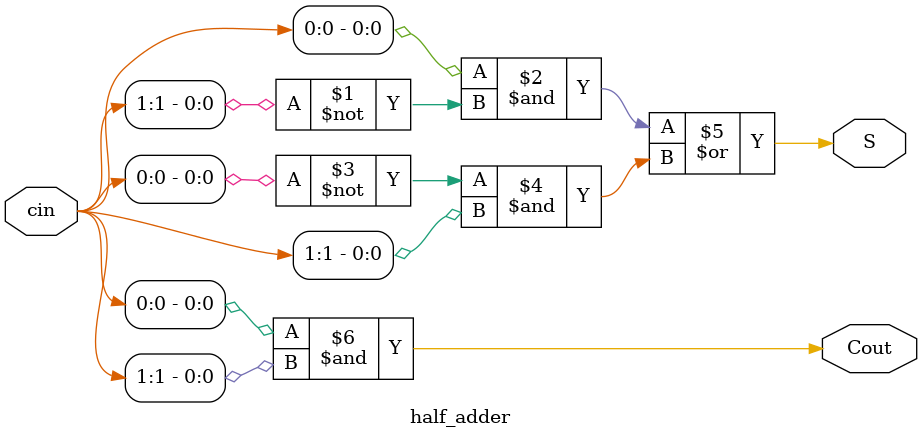
<source format=v>
module half_adder (
    input  wire [1:0]  cin ,// ÊäÈë£º2Î»µÄÊäÈëÐÅºÅ£¬cin[1] Îª¸ßÎ»£¬cin[0] ÎªµÍÎ»
    output wire        Cout,// Êä³ö£º½øÎ»ÐÅºÅ
    output wire        S    // Êä³ö£ººÍ
);
    assign S    = (cin[0]&~cin[1])|(~cin[0]&cin[1]); // ¼ÆËãºÍ S µÄÂß¼­±í´ïÊ½
    assign Cout = cin[0]&cin[1];// ¼ÆËã½øÎ» Cout µÄÂß¼­±í´ïÊ½
endmodule
</source>
